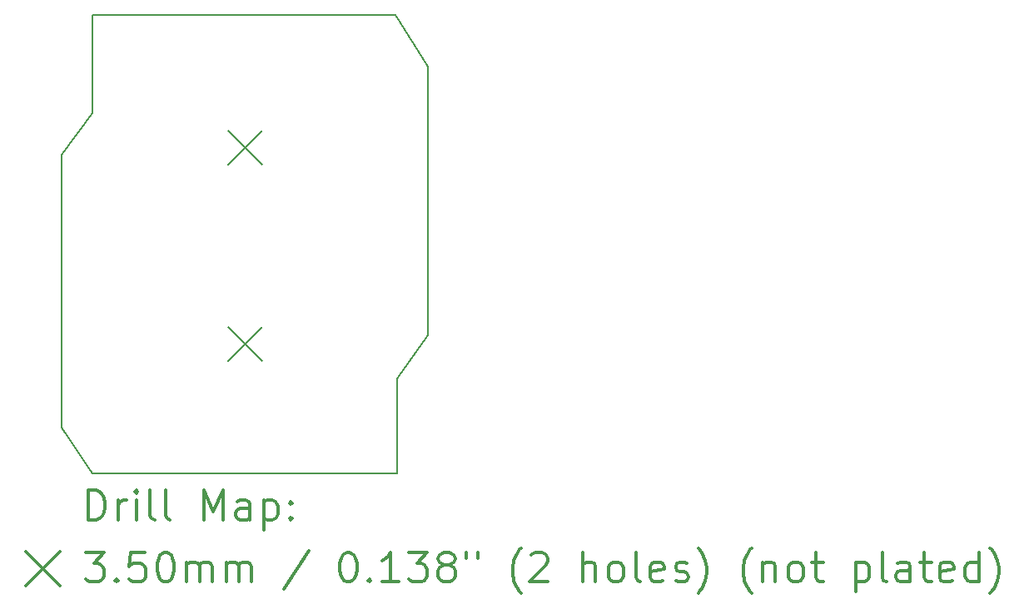
<source format=gbr>
%FSLAX45Y45*%
G04 Gerber Fmt 4.5, Leading zero omitted, Abs format (unit mm)*
G04 Created by KiCad (PCBNEW 5.1.4) date 2020-01-07 14:43:40*
%MOMM*%
%LPD*%
G04 APERTURE LIST*
%ADD10C,0.200000*%
%ADD11C,0.300000*%
G04 APERTURE END LIST*
D10*
X9890000Y-9470000D02*
X9890000Y-6730000D01*
X6475000Y-10870000D02*
X9575000Y-10870000D01*
X6160000Y-7630000D02*
X6160000Y-10410000D01*
X9555000Y-6210000D02*
X6475000Y-6210000D01*
X9555000Y-6210000D02*
X9890000Y-6730000D01*
X6475000Y-6210000D02*
X6475000Y-7210000D01*
X6475000Y-7210000D02*
X6160000Y-7630000D01*
X6160000Y-10410000D02*
X6475000Y-10870000D01*
X9575000Y-10870000D02*
X9575000Y-9910000D01*
X9575000Y-9910000D02*
X9890000Y-9470000D01*
D10*
X7853000Y-9380000D02*
X8203000Y-9730000D01*
X8203000Y-9380000D02*
X7853000Y-9730000D01*
X7853000Y-7381000D02*
X8203000Y-7731000D01*
X8203000Y-7381000D02*
X7853000Y-7731000D01*
D11*
X6436428Y-11345714D02*
X6436428Y-11045714D01*
X6507857Y-11045714D01*
X6550714Y-11060000D01*
X6579286Y-11088572D01*
X6593571Y-11117143D01*
X6607857Y-11174286D01*
X6607857Y-11217143D01*
X6593571Y-11274286D01*
X6579286Y-11302857D01*
X6550714Y-11331429D01*
X6507857Y-11345714D01*
X6436428Y-11345714D01*
X6736428Y-11345714D02*
X6736428Y-11145714D01*
X6736428Y-11202857D02*
X6750714Y-11174286D01*
X6765000Y-11160000D01*
X6793571Y-11145714D01*
X6822143Y-11145714D01*
X6922143Y-11345714D02*
X6922143Y-11145714D01*
X6922143Y-11045714D02*
X6907857Y-11060000D01*
X6922143Y-11074286D01*
X6936428Y-11060000D01*
X6922143Y-11045714D01*
X6922143Y-11074286D01*
X7107857Y-11345714D02*
X7079286Y-11331429D01*
X7065000Y-11302857D01*
X7065000Y-11045714D01*
X7265000Y-11345714D02*
X7236428Y-11331429D01*
X7222143Y-11302857D01*
X7222143Y-11045714D01*
X7607857Y-11345714D02*
X7607857Y-11045714D01*
X7707857Y-11260000D01*
X7807857Y-11045714D01*
X7807857Y-11345714D01*
X8079286Y-11345714D02*
X8079286Y-11188571D01*
X8065000Y-11160000D01*
X8036428Y-11145714D01*
X7979286Y-11145714D01*
X7950714Y-11160000D01*
X8079286Y-11331429D02*
X8050714Y-11345714D01*
X7979286Y-11345714D01*
X7950714Y-11331429D01*
X7936428Y-11302857D01*
X7936428Y-11274286D01*
X7950714Y-11245714D01*
X7979286Y-11231429D01*
X8050714Y-11231429D01*
X8079286Y-11217143D01*
X8222143Y-11145714D02*
X8222143Y-11445714D01*
X8222143Y-11160000D02*
X8250714Y-11145714D01*
X8307857Y-11145714D01*
X8336428Y-11160000D01*
X8350714Y-11174286D01*
X8365000Y-11202857D01*
X8365000Y-11288571D01*
X8350714Y-11317143D01*
X8336428Y-11331429D01*
X8307857Y-11345714D01*
X8250714Y-11345714D01*
X8222143Y-11331429D01*
X8493571Y-11317143D02*
X8507857Y-11331429D01*
X8493571Y-11345714D01*
X8479286Y-11331429D01*
X8493571Y-11317143D01*
X8493571Y-11345714D01*
X8493571Y-11160000D02*
X8507857Y-11174286D01*
X8493571Y-11188571D01*
X8479286Y-11174286D01*
X8493571Y-11160000D01*
X8493571Y-11188571D01*
X5800000Y-11665000D02*
X6150000Y-12015000D01*
X6150000Y-11665000D02*
X5800000Y-12015000D01*
X6407857Y-11675714D02*
X6593571Y-11675714D01*
X6493571Y-11790000D01*
X6536428Y-11790000D01*
X6565000Y-11804286D01*
X6579286Y-11818571D01*
X6593571Y-11847143D01*
X6593571Y-11918571D01*
X6579286Y-11947143D01*
X6565000Y-11961429D01*
X6536428Y-11975714D01*
X6450714Y-11975714D01*
X6422143Y-11961429D01*
X6407857Y-11947143D01*
X6722143Y-11947143D02*
X6736428Y-11961429D01*
X6722143Y-11975714D01*
X6707857Y-11961429D01*
X6722143Y-11947143D01*
X6722143Y-11975714D01*
X7007857Y-11675714D02*
X6865000Y-11675714D01*
X6850714Y-11818571D01*
X6865000Y-11804286D01*
X6893571Y-11790000D01*
X6965000Y-11790000D01*
X6993571Y-11804286D01*
X7007857Y-11818571D01*
X7022143Y-11847143D01*
X7022143Y-11918571D01*
X7007857Y-11947143D01*
X6993571Y-11961429D01*
X6965000Y-11975714D01*
X6893571Y-11975714D01*
X6865000Y-11961429D01*
X6850714Y-11947143D01*
X7207857Y-11675714D02*
X7236428Y-11675714D01*
X7265000Y-11690000D01*
X7279286Y-11704286D01*
X7293571Y-11732857D01*
X7307857Y-11790000D01*
X7307857Y-11861429D01*
X7293571Y-11918571D01*
X7279286Y-11947143D01*
X7265000Y-11961429D01*
X7236428Y-11975714D01*
X7207857Y-11975714D01*
X7179286Y-11961429D01*
X7165000Y-11947143D01*
X7150714Y-11918571D01*
X7136428Y-11861429D01*
X7136428Y-11790000D01*
X7150714Y-11732857D01*
X7165000Y-11704286D01*
X7179286Y-11690000D01*
X7207857Y-11675714D01*
X7436428Y-11975714D02*
X7436428Y-11775714D01*
X7436428Y-11804286D02*
X7450714Y-11790000D01*
X7479286Y-11775714D01*
X7522143Y-11775714D01*
X7550714Y-11790000D01*
X7565000Y-11818571D01*
X7565000Y-11975714D01*
X7565000Y-11818571D02*
X7579286Y-11790000D01*
X7607857Y-11775714D01*
X7650714Y-11775714D01*
X7679286Y-11790000D01*
X7693571Y-11818571D01*
X7693571Y-11975714D01*
X7836428Y-11975714D02*
X7836428Y-11775714D01*
X7836428Y-11804286D02*
X7850714Y-11790000D01*
X7879286Y-11775714D01*
X7922143Y-11775714D01*
X7950714Y-11790000D01*
X7965000Y-11818571D01*
X7965000Y-11975714D01*
X7965000Y-11818571D02*
X7979286Y-11790000D01*
X8007857Y-11775714D01*
X8050714Y-11775714D01*
X8079286Y-11790000D01*
X8093571Y-11818571D01*
X8093571Y-11975714D01*
X8679286Y-11661429D02*
X8422143Y-12047143D01*
X9065000Y-11675714D02*
X9093571Y-11675714D01*
X9122143Y-11690000D01*
X9136428Y-11704286D01*
X9150714Y-11732857D01*
X9165000Y-11790000D01*
X9165000Y-11861429D01*
X9150714Y-11918571D01*
X9136428Y-11947143D01*
X9122143Y-11961429D01*
X9093571Y-11975714D01*
X9065000Y-11975714D01*
X9036428Y-11961429D01*
X9022143Y-11947143D01*
X9007857Y-11918571D01*
X8993571Y-11861429D01*
X8993571Y-11790000D01*
X9007857Y-11732857D01*
X9022143Y-11704286D01*
X9036428Y-11690000D01*
X9065000Y-11675714D01*
X9293571Y-11947143D02*
X9307857Y-11961429D01*
X9293571Y-11975714D01*
X9279286Y-11961429D01*
X9293571Y-11947143D01*
X9293571Y-11975714D01*
X9593571Y-11975714D02*
X9422143Y-11975714D01*
X9507857Y-11975714D02*
X9507857Y-11675714D01*
X9479286Y-11718571D01*
X9450714Y-11747143D01*
X9422143Y-11761429D01*
X9693571Y-11675714D02*
X9879286Y-11675714D01*
X9779286Y-11790000D01*
X9822143Y-11790000D01*
X9850714Y-11804286D01*
X9865000Y-11818571D01*
X9879286Y-11847143D01*
X9879286Y-11918571D01*
X9865000Y-11947143D01*
X9850714Y-11961429D01*
X9822143Y-11975714D01*
X9736428Y-11975714D01*
X9707857Y-11961429D01*
X9693571Y-11947143D01*
X10050714Y-11804286D02*
X10022143Y-11790000D01*
X10007857Y-11775714D01*
X9993571Y-11747143D01*
X9993571Y-11732857D01*
X10007857Y-11704286D01*
X10022143Y-11690000D01*
X10050714Y-11675714D01*
X10107857Y-11675714D01*
X10136428Y-11690000D01*
X10150714Y-11704286D01*
X10165000Y-11732857D01*
X10165000Y-11747143D01*
X10150714Y-11775714D01*
X10136428Y-11790000D01*
X10107857Y-11804286D01*
X10050714Y-11804286D01*
X10022143Y-11818571D01*
X10007857Y-11832857D01*
X9993571Y-11861429D01*
X9993571Y-11918571D01*
X10007857Y-11947143D01*
X10022143Y-11961429D01*
X10050714Y-11975714D01*
X10107857Y-11975714D01*
X10136428Y-11961429D01*
X10150714Y-11947143D01*
X10165000Y-11918571D01*
X10165000Y-11861429D01*
X10150714Y-11832857D01*
X10136428Y-11818571D01*
X10107857Y-11804286D01*
X10279286Y-11675714D02*
X10279286Y-11732857D01*
X10393571Y-11675714D02*
X10393571Y-11732857D01*
X10836428Y-12090000D02*
X10822143Y-12075714D01*
X10793571Y-12032857D01*
X10779286Y-12004286D01*
X10765000Y-11961429D01*
X10750714Y-11890000D01*
X10750714Y-11832857D01*
X10765000Y-11761429D01*
X10779286Y-11718571D01*
X10793571Y-11690000D01*
X10822143Y-11647143D01*
X10836428Y-11632857D01*
X10936428Y-11704286D02*
X10950714Y-11690000D01*
X10979286Y-11675714D01*
X11050714Y-11675714D01*
X11079286Y-11690000D01*
X11093571Y-11704286D01*
X11107857Y-11732857D01*
X11107857Y-11761429D01*
X11093571Y-11804286D01*
X10922143Y-11975714D01*
X11107857Y-11975714D01*
X11465000Y-11975714D02*
X11465000Y-11675714D01*
X11593571Y-11975714D02*
X11593571Y-11818571D01*
X11579286Y-11790000D01*
X11550714Y-11775714D01*
X11507857Y-11775714D01*
X11479286Y-11790000D01*
X11465000Y-11804286D01*
X11779286Y-11975714D02*
X11750714Y-11961429D01*
X11736428Y-11947143D01*
X11722143Y-11918571D01*
X11722143Y-11832857D01*
X11736428Y-11804286D01*
X11750714Y-11790000D01*
X11779286Y-11775714D01*
X11822143Y-11775714D01*
X11850714Y-11790000D01*
X11865000Y-11804286D01*
X11879286Y-11832857D01*
X11879286Y-11918571D01*
X11865000Y-11947143D01*
X11850714Y-11961429D01*
X11822143Y-11975714D01*
X11779286Y-11975714D01*
X12050714Y-11975714D02*
X12022143Y-11961429D01*
X12007857Y-11932857D01*
X12007857Y-11675714D01*
X12279286Y-11961429D02*
X12250714Y-11975714D01*
X12193571Y-11975714D01*
X12165000Y-11961429D01*
X12150714Y-11932857D01*
X12150714Y-11818571D01*
X12165000Y-11790000D01*
X12193571Y-11775714D01*
X12250714Y-11775714D01*
X12279286Y-11790000D01*
X12293571Y-11818571D01*
X12293571Y-11847143D01*
X12150714Y-11875714D01*
X12407857Y-11961429D02*
X12436428Y-11975714D01*
X12493571Y-11975714D01*
X12522143Y-11961429D01*
X12536428Y-11932857D01*
X12536428Y-11918571D01*
X12522143Y-11890000D01*
X12493571Y-11875714D01*
X12450714Y-11875714D01*
X12422143Y-11861429D01*
X12407857Y-11832857D01*
X12407857Y-11818571D01*
X12422143Y-11790000D01*
X12450714Y-11775714D01*
X12493571Y-11775714D01*
X12522143Y-11790000D01*
X12636428Y-12090000D02*
X12650714Y-12075714D01*
X12679286Y-12032857D01*
X12693571Y-12004286D01*
X12707857Y-11961429D01*
X12722143Y-11890000D01*
X12722143Y-11832857D01*
X12707857Y-11761429D01*
X12693571Y-11718571D01*
X12679286Y-11690000D01*
X12650714Y-11647143D01*
X12636428Y-11632857D01*
X13179286Y-12090000D02*
X13165000Y-12075714D01*
X13136428Y-12032857D01*
X13122143Y-12004286D01*
X13107857Y-11961429D01*
X13093571Y-11890000D01*
X13093571Y-11832857D01*
X13107857Y-11761429D01*
X13122143Y-11718571D01*
X13136428Y-11690000D01*
X13165000Y-11647143D01*
X13179286Y-11632857D01*
X13293571Y-11775714D02*
X13293571Y-11975714D01*
X13293571Y-11804286D02*
X13307857Y-11790000D01*
X13336428Y-11775714D01*
X13379286Y-11775714D01*
X13407857Y-11790000D01*
X13422143Y-11818571D01*
X13422143Y-11975714D01*
X13607857Y-11975714D02*
X13579286Y-11961429D01*
X13565000Y-11947143D01*
X13550714Y-11918571D01*
X13550714Y-11832857D01*
X13565000Y-11804286D01*
X13579286Y-11790000D01*
X13607857Y-11775714D01*
X13650714Y-11775714D01*
X13679286Y-11790000D01*
X13693571Y-11804286D01*
X13707857Y-11832857D01*
X13707857Y-11918571D01*
X13693571Y-11947143D01*
X13679286Y-11961429D01*
X13650714Y-11975714D01*
X13607857Y-11975714D01*
X13793571Y-11775714D02*
X13907857Y-11775714D01*
X13836428Y-11675714D02*
X13836428Y-11932857D01*
X13850714Y-11961429D01*
X13879286Y-11975714D01*
X13907857Y-11975714D01*
X14236428Y-11775714D02*
X14236428Y-12075714D01*
X14236428Y-11790000D02*
X14265000Y-11775714D01*
X14322143Y-11775714D01*
X14350714Y-11790000D01*
X14365000Y-11804286D01*
X14379286Y-11832857D01*
X14379286Y-11918571D01*
X14365000Y-11947143D01*
X14350714Y-11961429D01*
X14322143Y-11975714D01*
X14265000Y-11975714D01*
X14236428Y-11961429D01*
X14550714Y-11975714D02*
X14522143Y-11961429D01*
X14507857Y-11932857D01*
X14507857Y-11675714D01*
X14793571Y-11975714D02*
X14793571Y-11818571D01*
X14779286Y-11790000D01*
X14750714Y-11775714D01*
X14693571Y-11775714D01*
X14665000Y-11790000D01*
X14793571Y-11961429D02*
X14765000Y-11975714D01*
X14693571Y-11975714D01*
X14665000Y-11961429D01*
X14650714Y-11932857D01*
X14650714Y-11904286D01*
X14665000Y-11875714D01*
X14693571Y-11861429D01*
X14765000Y-11861429D01*
X14793571Y-11847143D01*
X14893571Y-11775714D02*
X15007857Y-11775714D01*
X14936428Y-11675714D02*
X14936428Y-11932857D01*
X14950714Y-11961429D01*
X14979286Y-11975714D01*
X15007857Y-11975714D01*
X15222143Y-11961429D02*
X15193571Y-11975714D01*
X15136428Y-11975714D01*
X15107857Y-11961429D01*
X15093571Y-11932857D01*
X15093571Y-11818571D01*
X15107857Y-11790000D01*
X15136428Y-11775714D01*
X15193571Y-11775714D01*
X15222143Y-11790000D01*
X15236428Y-11818571D01*
X15236428Y-11847143D01*
X15093571Y-11875714D01*
X15493571Y-11975714D02*
X15493571Y-11675714D01*
X15493571Y-11961429D02*
X15465000Y-11975714D01*
X15407857Y-11975714D01*
X15379286Y-11961429D01*
X15365000Y-11947143D01*
X15350714Y-11918571D01*
X15350714Y-11832857D01*
X15365000Y-11804286D01*
X15379286Y-11790000D01*
X15407857Y-11775714D01*
X15465000Y-11775714D01*
X15493571Y-11790000D01*
X15607857Y-12090000D02*
X15622143Y-12075714D01*
X15650714Y-12032857D01*
X15665000Y-12004286D01*
X15679286Y-11961429D01*
X15693571Y-11890000D01*
X15693571Y-11832857D01*
X15679286Y-11761429D01*
X15665000Y-11718571D01*
X15650714Y-11690000D01*
X15622143Y-11647143D01*
X15607857Y-11632857D01*
M02*

</source>
